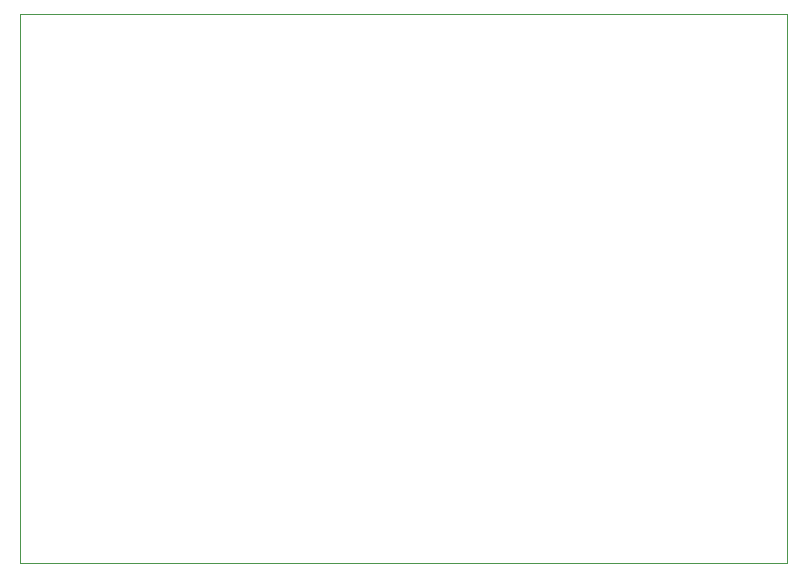
<source format=gbr>
%TF.GenerationSoftware,KiCad,Pcbnew,8.0.8*%
%TF.CreationDate,2025-02-27T22:51:06-05:00*%
%TF.ProjectId,Balanced Polarimeter,42616c61-6e63-4656-9420-506f6c617269,rev?*%
%TF.SameCoordinates,Original*%
%TF.FileFunction,Profile,NP*%
%FSLAX46Y46*%
G04 Gerber Fmt 4.6, Leading zero omitted, Abs format (unit mm)*
G04 Created by KiCad (PCBNEW 8.0.8) date 2025-02-27 22:51:06*
%MOMM*%
%LPD*%
G01*
G04 APERTURE LIST*
%TA.AperFunction,Profile*%
%ADD10C,0.050000*%
%TD*%
G04 APERTURE END LIST*
D10*
X122000000Y-61500000D02*
X187000000Y-61500000D01*
X187000000Y-108000000D01*
X122000000Y-108000000D01*
X122000000Y-61500000D01*
M02*

</source>
